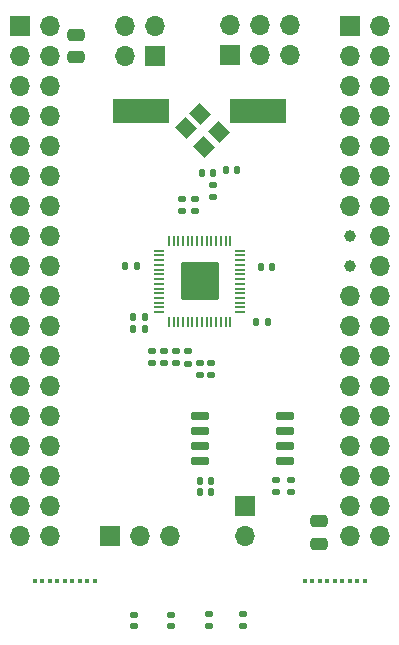
<source format=gts>
G04 #@! TF.GenerationSoftware,KiCad,Pcbnew,(7.0.0)*
G04 #@! TF.CreationDate,2023-06-29T20:34:44+10:00*
G04 #@! TF.ProjectId,RP2040_minimal,52503230-3430-45f6-9d69-6e696d616c2e,REV1*
G04 #@! TF.SameCoordinates,Original*
G04 #@! TF.FileFunction,Soldermask,Top*
G04 #@! TF.FilePolarity,Negative*
%FSLAX46Y46*%
G04 Gerber Fmt 4.6, Leading zero omitted, Abs format (unit mm)*
G04 Created by KiCad (PCBNEW (7.0.0)) date 2023-06-29 20:34:44*
%MOMM*%
%LPD*%
G01*
G04 APERTURE LIST*
G04 Aperture macros list*
%AMRoundRect*
0 Rectangle with rounded corners*
0 $1 Rounding radius*
0 $2 $3 $4 $5 $6 $7 $8 $9 X,Y pos of 4 corners*
0 Add a 4 corners polygon primitive as box body*
4,1,4,$2,$3,$4,$5,$6,$7,$8,$9,$2,$3,0*
0 Add four circle primitives for the rounded corners*
1,1,$1+$1,$2,$3*
1,1,$1+$1,$4,$5*
1,1,$1+$1,$6,$7*
1,1,$1+$1,$8,$9*
0 Add four rect primitives between the rounded corners*
20,1,$1+$1,$2,$3,$4,$5,0*
20,1,$1+$1,$4,$5,$6,$7,0*
20,1,$1+$1,$6,$7,$8,$9,0*
20,1,$1+$1,$8,$9,$2,$3,0*%
%AMRotRect*
0 Rectangle, with rotation*
0 The origin of the aperture is its center*
0 $1 length*
0 $2 width*
0 $3 Rotation angle, in degrees counterclockwise*
0 Add horizontal line*
21,1,$1,$2,0,0,$3*%
G04 Aperture macros list end*
%ADD10C,0.380000*%
%ADD11RoundRect,0.140000X-0.140000X-0.170000X0.140000X-0.170000X0.140000X0.170000X-0.140000X0.170000X0*%
%ADD12RoundRect,0.250000X0.475000X-0.250000X0.475000X0.250000X-0.475000X0.250000X-0.475000X-0.250000X0*%
%ADD13RoundRect,0.135000X-0.185000X0.135000X-0.185000X-0.135000X0.185000X-0.135000X0.185000X0.135000X0*%
%ADD14RoundRect,0.140000X0.140000X0.170000X-0.140000X0.170000X-0.140000X-0.170000X0.140000X-0.170000X0*%
%ADD15R,1.700000X1.700000*%
%ADD16O,1.700000X1.700000*%
%ADD17RoundRect,0.140000X-0.170000X0.140000X-0.170000X-0.140000X0.170000X-0.140000X0.170000X0.140000X0*%
%ADD18RoundRect,0.135000X0.185000X-0.135000X0.185000X0.135000X-0.185000X0.135000X-0.185000X-0.135000X0*%
%ADD19RoundRect,0.150000X0.650000X0.150000X-0.650000X0.150000X-0.650000X-0.150000X0.650000X-0.150000X0*%
%ADD20RoundRect,0.140000X0.170000X-0.140000X0.170000X0.140000X-0.170000X0.140000X-0.170000X-0.140000X0*%
%ADD21RoundRect,0.050000X0.387500X0.050000X-0.387500X0.050000X-0.387500X-0.050000X0.387500X-0.050000X0*%
%ADD22RoundRect,0.050000X0.050000X0.387500X-0.050000X0.387500X-0.050000X-0.387500X0.050000X-0.387500X0*%
%ADD23RoundRect,0.144000X1.456000X1.456000X-1.456000X1.456000X-1.456000X-1.456000X1.456000X-1.456000X0*%
%ADD24R,4.760000X2.100000*%
%ADD25RotRect,1.200000X1.400000X45.000000*%
%ADD26C,1.000000*%
G04 APERTURE END LIST*
D10*
X173990000Y-125730000D03*
X173355000Y-125730000D03*
X172720000Y-125730000D03*
X172085000Y-125730000D03*
X171450000Y-125730000D03*
X170815000Y-125730000D03*
X170180000Y-125730000D03*
X169545000Y-125730000D03*
X168910000Y-125730000D03*
X151130000Y-125730000D03*
X150495000Y-125730000D03*
X149860000Y-125730000D03*
X149225000Y-125730000D03*
X148590000Y-125730000D03*
X147955000Y-125730000D03*
X147320000Y-125730000D03*
X146685000Y-125730000D03*
X146050000Y-125730000D03*
D11*
X160020000Y-118200000D03*
X160980000Y-118200000D03*
D12*
X170100000Y-122600000D03*
X170100000Y-120700000D03*
D13*
X160800000Y-128590000D03*
X160800000Y-129610000D03*
X163700000Y-128580000D03*
X163700000Y-129600000D03*
D14*
X154400000Y-104400000D03*
X155360000Y-104400000D03*
D15*
X163829999Y-119379999D03*
D16*
X163829999Y-121919999D03*
D17*
X156020000Y-107290000D03*
X156020000Y-106330000D03*
X157020000Y-107290000D03*
X157020000Y-106330000D03*
D11*
X165235000Y-99200000D03*
X166195000Y-99200000D03*
X160020000Y-117270000D03*
X160980000Y-117270000D03*
D18*
X167800000Y-118240000D03*
X167800000Y-117220000D03*
D19*
X167220000Y-115570000D03*
X167220000Y-114300000D03*
X167220000Y-113030000D03*
X167220000Y-111760000D03*
X160020000Y-111760000D03*
X160020000Y-113030000D03*
X160020000Y-114300000D03*
X160020000Y-115570000D03*
D14*
X161200000Y-91200000D03*
X160240000Y-91200000D03*
D13*
X166500000Y-117220000D03*
X166500000Y-118240000D03*
D17*
X160020000Y-108290000D03*
X160020000Y-107330000D03*
D14*
X154695000Y-99100000D03*
X153735000Y-99100000D03*
D20*
X159600000Y-94400000D03*
X159600000Y-93440000D03*
D18*
X159020000Y-106330000D03*
X159020000Y-107350000D03*
D20*
X158500000Y-94400000D03*
X158500000Y-93440000D03*
D11*
X164820000Y-103800000D03*
X165780000Y-103800000D03*
D21*
X163457500Y-103000000D03*
X163457500Y-102600000D03*
X163457500Y-102200000D03*
X163457500Y-101800000D03*
X163457500Y-101400000D03*
X163457500Y-101000000D03*
X163457500Y-100600000D03*
X163457500Y-100200000D03*
X163457500Y-99800000D03*
X163457500Y-99400000D03*
X163457500Y-99000000D03*
X163457500Y-98600000D03*
X163457500Y-98200000D03*
X163457500Y-97800000D03*
D22*
X162620000Y-96962500D03*
X162220000Y-96962500D03*
X161820000Y-96962500D03*
X161420000Y-96962500D03*
X161020000Y-96962500D03*
X160620000Y-96962500D03*
X160220000Y-96962500D03*
X159820000Y-96962500D03*
X159420000Y-96962500D03*
X159020000Y-96962500D03*
X158620000Y-96962500D03*
X158220000Y-96962500D03*
X157820000Y-96962500D03*
X157420000Y-96962500D03*
D21*
X156582500Y-97800000D03*
X156582500Y-98200000D03*
X156582500Y-98600000D03*
X156582500Y-99000000D03*
X156582500Y-99400000D03*
X156582500Y-99800000D03*
X156582500Y-100200000D03*
X156582500Y-100600000D03*
X156582500Y-101000000D03*
X156582500Y-101400000D03*
X156582500Y-101800000D03*
X156582500Y-102200000D03*
X156582500Y-102600000D03*
X156582500Y-103000000D03*
D22*
X157420000Y-103837500D03*
X157820000Y-103837500D03*
X158220000Y-103837500D03*
X158620000Y-103837500D03*
X159020000Y-103837500D03*
X159420000Y-103837500D03*
X159820000Y-103837500D03*
X160220000Y-103837500D03*
X160620000Y-103837500D03*
X161020000Y-103837500D03*
X161420000Y-103837500D03*
X161820000Y-103837500D03*
X162220000Y-103837500D03*
X162620000Y-103837500D03*
D23*
X160020000Y-100400000D03*
D11*
X162240000Y-91000000D03*
X163200000Y-91000000D03*
D18*
X158020000Y-107330000D03*
X158020000Y-106310000D03*
D17*
X161020000Y-107330000D03*
X161020000Y-108290000D03*
D14*
X155360000Y-103400000D03*
X154400000Y-103400000D03*
D18*
X161200000Y-93220000D03*
X161200000Y-92200000D03*
D24*
X164939999Y-85965999D03*
X155099999Y-85965999D03*
D12*
X149600000Y-79500000D03*
X149600000Y-81400000D03*
D15*
X152399999Y-121919999D03*
D16*
X154939999Y-121919999D03*
X157479999Y-121919999D03*
D15*
X162559999Y-81239999D03*
D16*
X162559999Y-78699999D03*
X165099999Y-81239999D03*
X165099999Y-78699999D03*
X167639999Y-81239999D03*
X167639999Y-78699999D03*
D15*
X156209999Y-81279999D03*
D16*
X153669999Y-81279999D03*
X156209999Y-78739999D03*
X153669999Y-78739999D03*
D25*
X158881141Y-87423222D03*
X160436776Y-88978857D03*
X161638857Y-87776776D03*
X160083222Y-86221141D03*
D15*
X144779999Y-78739999D03*
D16*
X147319999Y-78739999D03*
X144779999Y-81279999D03*
X147319999Y-81279999D03*
X144779999Y-83819999D03*
X147319999Y-83819999D03*
X144779999Y-86359999D03*
X147319999Y-86359999D03*
X144779999Y-88899999D03*
X147319999Y-88899999D03*
X144779999Y-91439999D03*
X147319999Y-91439999D03*
X144779999Y-93979999D03*
X147319999Y-93979999D03*
X144779999Y-96519999D03*
X147319999Y-96519999D03*
X144779999Y-99059999D03*
X147319999Y-99059999D03*
X144779999Y-101599999D03*
X147319999Y-101599999D03*
X144779999Y-104139999D03*
X147319999Y-104139999D03*
X144779999Y-106679999D03*
X147319999Y-106679999D03*
X144779999Y-109219999D03*
X147319999Y-109219999D03*
X144779999Y-111759999D03*
X147319999Y-111759999D03*
X144779999Y-114299999D03*
X147319999Y-114299999D03*
X144779999Y-116839999D03*
X147319999Y-116839999D03*
X144779999Y-119379999D03*
X147319999Y-119379999D03*
X144779999Y-121919999D03*
X147319999Y-121919999D03*
D26*
X172720000Y-99060000D03*
X172720000Y-96520000D03*
D15*
X172719999Y-78739999D03*
D16*
X175259999Y-78739999D03*
X172719999Y-81279999D03*
X175259999Y-81279999D03*
X172719999Y-83819999D03*
X175259999Y-83819999D03*
X172719999Y-86359999D03*
X175259999Y-86359999D03*
X172719999Y-88899999D03*
X175259999Y-88899999D03*
X172719999Y-91439999D03*
X175259999Y-91439999D03*
X172719999Y-93979999D03*
X175259999Y-93979999D03*
X175259999Y-96519999D03*
X175259999Y-99059999D03*
X172719999Y-101599999D03*
X175259999Y-101599999D03*
X172719999Y-104139999D03*
X175259999Y-104139999D03*
X172719999Y-106679999D03*
X175259999Y-106679999D03*
X172719999Y-109219999D03*
X175259999Y-109219999D03*
X172719999Y-111759999D03*
X175259999Y-111759999D03*
X172719999Y-114299999D03*
X175259999Y-114299999D03*
X172719999Y-116839999D03*
X175259999Y-116839999D03*
X172719999Y-119379999D03*
X175259999Y-119379999D03*
X172719999Y-121919999D03*
X175259999Y-121919999D03*
D20*
X154500000Y-128620000D03*
X154500000Y-129580000D03*
X157600000Y-129580000D03*
X157600000Y-128620000D03*
M02*

</source>
